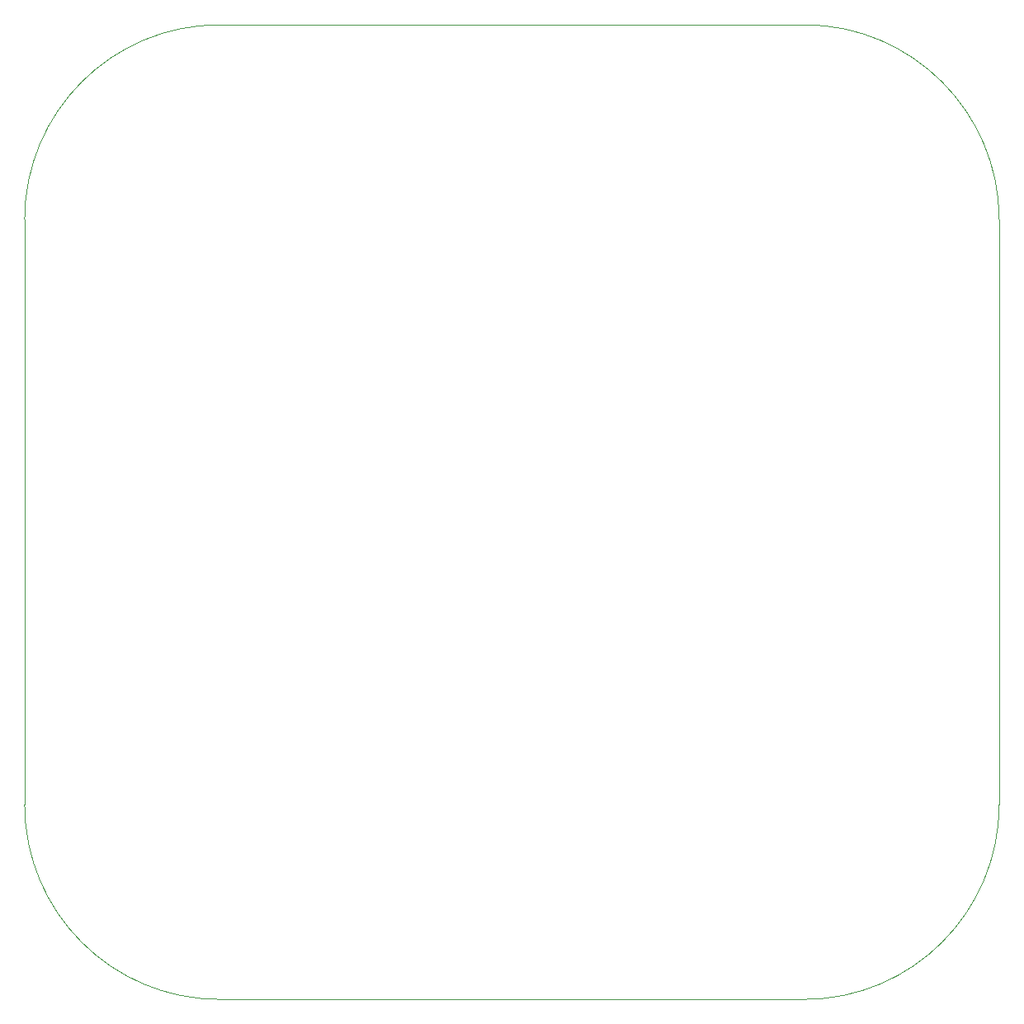
<source format=gbr>
%TF.GenerationSoftware,KiCad,Pcbnew,9.0.7-9.0.7~ubuntu22.04.1*%
%TF.CreationDate,2026-02-24T23:54:59+05:30*%
%TF.ProjectId,diff_drive_pcb,64696666-5f64-4726-9976-655f7063622e,V2.2*%
%TF.SameCoordinates,Original*%
%TF.FileFunction,Profile,NP*%
%FSLAX46Y46*%
G04 Gerber Fmt 4.6, Leading zero omitted, Abs format (unit mm)*
G04 Created by KiCad (PCBNEW 9.0.7-9.0.7~ubuntu22.04.1) date 2026-02-24 23:54:59*
%MOMM*%
%LPD*%
G01*
G04 APERTURE LIST*
%TA.AperFunction,Profile*%
%ADD10C,0.050000*%
%TD*%
G04 APERTURE END LIST*
D10*
X200000000Y-139000000D02*
X200000000Y-79000000D01*
X120000000Y-159000000D02*
X180000000Y-159000000D01*
X100000000Y-79000000D02*
X100000000Y-139000000D01*
X180000000Y-59000000D02*
X120000000Y-59000000D01*
X100000000Y-79000000D02*
G75*
G02*
X120000000Y-59000000I20000000J0D01*
G01*
X120000000Y-159000000D02*
G75*
G02*
X100000000Y-139000000I0J20000000D01*
G01*
X200000000Y-139000000D02*
G75*
G02*
X180000000Y-159000000I-20000000J0D01*
G01*
X180000000Y-59000000D02*
G75*
G02*
X200000000Y-79000000I0J-20000000D01*
G01*
M02*

</source>
